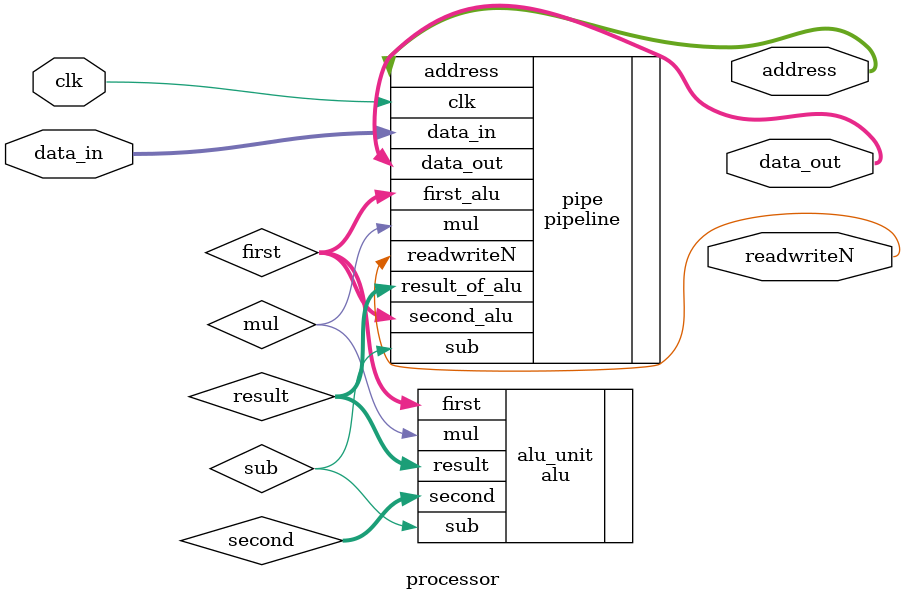
<source format=v>
module processor (
    clk,            // incomming clock
    data_in,        // data read from Memory
    data_out,       // data to be written in Memory
    readwriteN,     // if 1 data will be writen else data will be read
    address         // the access address of memory
);

input wire clk;
input wire [15:0] data_in;
output wire [15:0] data_out;
output wire readwriteN;
output wire [4:0] address;

wire mul, sub;
wire [7:0] first, second, result;

pipeline pipe(
    .clk(clk),            // incomming clock
    .data_in(data_in),        // data read from Memory
    .data_out(data_out),       // data to be written in Memory
    .readwriteN(readwriteN),     // if 1 data will be writen else data will be read
    .address(address),        // the access address of memory
    .result_of_alu(result),  // attributes for ALU
    .first_alu(first),
    .second_alu(first),
    .mul(mul),
    .sub(sub)
);

alu alu_unit(
    .first(first),  // first operator
    .second(second), // second operator
    .mul(mul),    // is mul requested
    .sub(sub),    // is sub requested
    .result(result)  // 8 bit result
);

endmodule
</source>
